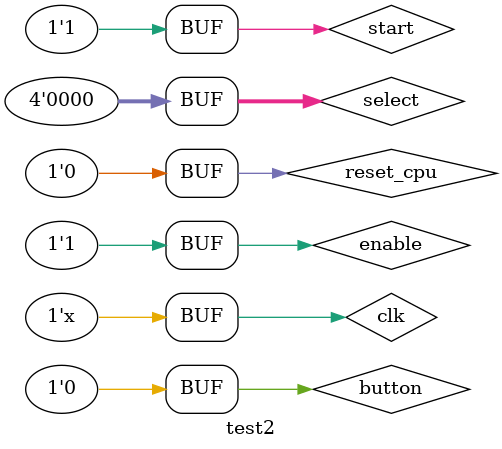
<source format=v>
`timescale 1ns / 1ps


module test2;

	// Inputs
	reg reset_cpu;
	reg clk;
	reg button;
	reg enable;
	reg start;
	reg [3:0] select;

	// Outputs
	wire [6:0] num;
	wire [7:0] pc_out;
	wire [3:0] en;
	wire hsync;
	wire vsync;
	wire [2:0] vga_r;
	wire [2:0] vga_g;
	wire [1:0] vga_b;

	// Instantiate the Unit Under Test (UUT)
	cpu_top uut (
		.reset_cpu(reset_cpu), 
		.clk(clk), 
		.button(button), 
		.enable(enable), 
		.start(start), 
		.num(num), 
		.pc_out(pc_out), 
		.en(en), 
		.select(select), 
		.hsync(hsync), 
		.vsync(vsync), 
		.vga_r(vga_r), 
		.vga_g(vga_g), 
		.vga_b(vga_b)
	);

	initial begin
	$monitor("%h:%b:",
	//%h:  %h: %h:%b:%h:%h: %h : %h :%b : %b:  %b", 
	uut.pc_out, uut.i_datain);
		// Initialize Inputs
		reset_cpu = 1;
		clk = 0;
		button = 0;
		enable = 0;
		start = 0;
		select = 0;

		// Wait 100 ns for global reset to finish
		#100;
        
		// Add stimulus here
start <= 1;
		enable <= 1;
		reset_cpu <= 0;
		
		button <= 1;
		#1000
		button <= 0;
		#1000
		button <= 1;
		#1000
		button <= 0;
		#1000
		button <= 1;
		#1000
		button <= 0;
		#1000
		button <= 1;
		#1000
		button <= 0;
		#1000
		button <= 1;
		#1000
		button <= 0;
		#1000
		button <= 1;
		#1000
		button <= 0;
		#1000
		button <= 1;
		#1000
		button <= 0;
		#1000
		button <= 1;
		#1000
		button <= 0;
		#1000;
		button <= 1;
		#1000
		button <= 0;
		#1000;
		button <= 1;
		#1000
		
		button <= 0;
		#1000;
		button <= 1;
		#1000
		button <= 0;
		#1000;
		button <= 1;
		#1000
		button <= 0;
		button <= 1;
		#1000
		button <= 0;
		#1000
		button <= 1;
		#1000
		button <= 0;
		#1000
		button <= 1;
		#1000
		button <= 0;
		#1000
		button <= 1;
		#1000
		button <= 0;
		#1000
		button <= 1;
		#1000
		button <= 0;
		#1000
		button <= 1;
		#1000
		button <= 0;
		#1000
		button <= 1;
		#1000
		button <= 0;
		#1000
		button <= 1;
		#1000
		button <= 0;
		#1000;
		button <= 1;
		#1000
		button <= 0;
		#1000;
		button <= 1;
		#1000
		
		button <= 0;
		#1000;
		button <= 1;
		#1000
		button <= 0;
		#1000;
		button <= 1;
		#1000
		button <= 0;
		#1000
		button <= 1;
		#1000
		button <= 0;
		#1000;
		button <= 1;
		#1000
		button <= 0;
		#1000
		button <= 1;
		#1000
		button <= 0;
		#1000
		button <= 1;
		#1000
		button <= 0;
		#1000
		button <= 1;
		#1000
		button <= 0;
		#1000
		button <= 1;
		#1000
		button <= 0;
		#1000
		button <= 1;
		#1000
		button <= 0;
		#1000
		button <= 1;
		#1000
		button <= 0;
		#1000
		button <= 1;
		#1000
		button <= 0;
		#1000;
		button <= 1;
		#1000
		button <= 0;
		#1000;
		button <= 1;
		#1000
		
		button <= 0;
		#1000;
		button <= 1;
		#1000
		button <= 0;
		#1000;
		button <= 1;
		#1000
		button <= 0;
		button <= 1;
		#1000
		button <= 0;
		#1000
		button <= 1;
		#1000
		button <= 0;
		#1000
		button <= 1;
		#1000
		button <= 0;
		#1000
		button <= 1;
		#1000
		button <= 0;
		#1000
		button <= 1;
		#1000
		button <= 0;
		#1000
		button <= 1;
		#1000
		button <= 0;
		#1000
		button <= 1;
		#1000
		button <= 0;
		#1000
		button <= 1;
		#1000
		button <= 0;
		#1000;
		button <= 1;
		#1000
		button <= 0;
		#1000;
		button <= 1;
		#1000
		
		button <= 0;
		#1000;
		button <= 1;
		#1000
		button <= 0;
		#1000;
		button <= 1;
		#1000
		button <= 0;
		#1000
		button <= 1;
		#1000
		button <= 0;
		#1000;
		button <= 1;
		#1000
		button <= 0;
		#1000
		button <= 1;
		#1000
		button <= 0;
		#1000
		button <= 1;
		#1000
		button <= 0;
		#1000
		button <= 1;
		#1000
		button <= 0;
		#1000
		button <= 1;
		#1000
		button <= 0;
		#1000
		button <= 1;
		#1000
		button <= 0;
		#1000
		button <= 1;
		#1000
		button <= 0;
		#1000
		button <= 1;
		#1000
		button <= 0;
		#1000;
		button <= 1;
		#1000
		button <= 0;
		#1000;
		button <= 1;
		#1000
		
		button <= 0;
		#1000;
		button <= 1;
		#1000
		button <= 0;
		#1000;
		button <= 1;
		#1000
		button <= 0;
		button <= 1;
		#1000
		button <= 0;
		#1000
		button <= 1;
		#1000
		button <= 0;
		#1000
		button <= 1;
		#1000
		button <= 0;
		#1000
		button <= 1;
		#1000
		button <= 0;
		#1000
		button <= 1;
		#1000
		button <= 0;
		#1000
		button <= 1;
		#1000
		button <= 0;
		#1000
		button <= 1;
		#1000
		button <= 0;
		#1000
		button <= 1;
		#1000
		button <= 0;
		#1000;
		button <= 1;
		#1000
		button <= 0;
		#1000;
		button <= 1;
		#1000
		
		button <= 0;
		#1000;
		button <= 1;
		#1000
		button <= 0;
		#1000;
		button <= 1;
		#1000
		button <= 0;
		#1000
		button <= 1;
		#1000
		button <= 0;
		#1000;
	end
      always #1 clk =~clk;
endmodule

</source>
